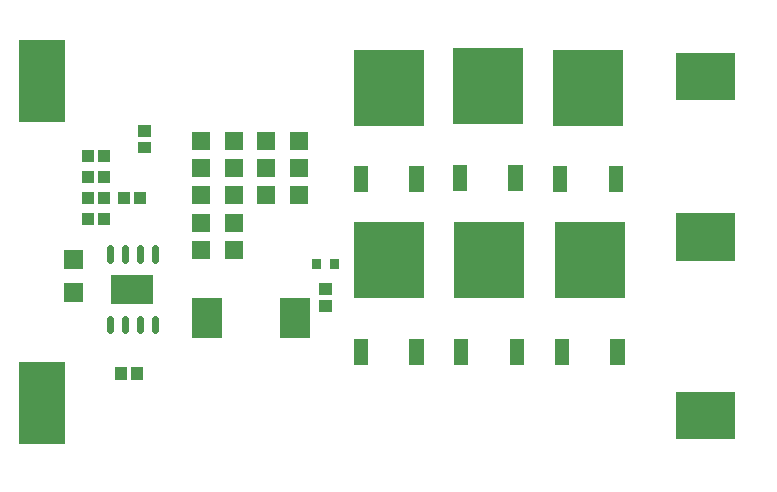
<source format=gtp>
G04 Layer: TopPasteMaskLayer*
G04 EasyEDA v6.1.51, Thu, 11 Jul 2019 05:23:43 GMT*
G04 97ee957230b044f1988730904329927e,674c0623d3a246009f606e19fc16e94a,10*
G04 Gerber Generator version 0.2*
G04 Scale: 100 percent, Rotated: No, Reflected: No *
G04 Dimensions in millimeters *
G04 leading zeros omitted , absolute positions ,3 integer and 3 decimal *
%FSLAX33Y33*%
%MOMM*%
G90*
G71D02*

%ADD17C,0.599999*%
%ADD21R,3.999992X7.000011*%
%ADD25R,0.999998X1.099998*%
%ADD26R,1.600200X1.600200*%
%ADD27R,2.499995X3.499993*%
%ADD28R,1.199998X2.199996*%
%ADD29R,6.000013X6.499987*%

%LPD*%
G54D17*
G01X11938Y16010D02*
G01X11938Y17009D01*
G01X10668Y16010D02*
G01X10668Y17009D01*
G01X9398Y16010D02*
G01X9398Y17009D01*
G01X8128Y16010D02*
G01X8128Y17009D01*
G01X11938Y10066D02*
G01X11938Y11066D01*
G01X10668Y10066D02*
G01X10668Y11066D01*
G01X9398Y10066D02*
G01X9398Y11066D01*
G01X8128Y10066D02*
G01X8128Y11066D01*
G54D21*
G01X2413Y31191D03*
G01X2413Y3886D03*
G36*
G01X56047Y29573D02*
G01X56047Y33571D01*
G01X61046Y33571D01*
G01X61046Y29573D01*
G01X56047Y29573D01*
G37*
G36*
G01X56047Y15966D02*
G01X56047Y19964D01*
G01X61046Y19964D01*
G01X61046Y15966D01*
G01X56047Y15966D01*
G37*
G36*
G01X61046Y4869D02*
G01X61046Y871D01*
G01X56047Y871D01*
G01X56047Y4869D01*
G01X61046Y4869D01*
G37*
G36*
G01X11783Y12288D02*
G01X8282Y12288D01*
G01X8282Y14787D01*
G01X11783Y14787D01*
G01X11783Y12288D01*
G37*
G36*
G01X10497Y25039D02*
G01X10497Y26037D01*
G01X11600Y26037D01*
G01X11600Y25039D01*
G01X10497Y25039D01*
G37*
G36*
G01X10497Y26438D02*
G01X10497Y27437D01*
G01X11600Y27437D01*
G01X11600Y26438D01*
G01X10497Y26438D01*
G37*
G54D25*
G01X6285Y19507D03*
G01X7684Y19507D03*
G36*
G01X5880Y16878D02*
G01X5880Y15278D01*
G01X4279Y15278D01*
G01X4279Y16878D01*
G01X5880Y16878D01*
G37*
G36*
G01X5880Y14079D02*
G01X5880Y12479D01*
G01X4279Y12479D01*
G01X4279Y14079D01*
G01X5880Y14079D01*
G37*
G36*
G01X10977Y5875D02*
G01X9979Y5875D01*
G01X9979Y6977D01*
G01X10977Y6977D01*
G01X10977Y5875D01*
G37*
G36*
G01X9578Y5875D02*
G01X8580Y5875D01*
G01X8580Y6977D01*
G01X9578Y6977D01*
G01X9578Y5875D01*
G37*
G01X9338Y21282D03*
G01X10737Y21282D03*
G01X6285Y21285D03*
G01X7684Y21285D03*
G01X6285Y23063D03*
G01X7684Y23063D03*
G01X6285Y24841D03*
G01X7684Y24841D03*
G54D27*
G01X16385Y11104D03*
G01X23787Y11104D03*
G54D26*
G01X15875Y26111D03*
G01X18674Y26111D03*
G36*
G01X43093Y21902D02*
G01X41894Y21902D01*
G01X41894Y24102D01*
G01X43093Y24102D01*
G01X43093Y21902D01*
G37*
G54D28*
G01X37769Y22997D03*
G54D29*
G01X40132Y30747D03*
G36*
G01X43220Y7170D02*
G01X42021Y7170D01*
G01X42021Y9370D01*
G01X43220Y9370D01*
G01X43220Y7170D01*
G37*
G54D28*
G01X37896Y8265D03*
G54D29*
G01X40259Y16015D03*
G54D26*
G01X21336Y23825D03*
G01X24135Y23825D03*
G36*
G01X34711Y21775D02*
G01X33512Y21775D01*
G01X33512Y23975D01*
G01X34711Y23975D01*
G01X34711Y21775D01*
G37*
G54D28*
G01X29387Y22870D03*
G54D29*
G01X31750Y30620D03*
G36*
G01X34711Y7170D02*
G01X33512Y7170D01*
G01X33512Y9370D01*
G01X34711Y9370D01*
G01X34711Y7170D01*
G37*
G54D28*
G01X29387Y8265D03*
G54D29*
G01X31750Y16015D03*
G54D26*
G01X21336Y26106D03*
G01X24135Y26106D03*
G36*
G01X51602Y21775D02*
G01X50403Y21775D01*
G01X50403Y23975D01*
G01X51602Y23975D01*
G01X51602Y21775D01*
G37*
G54D28*
G01X46278Y22870D03*
G54D29*
G01X48641Y30620D03*
G36*
G01X51729Y7170D02*
G01X50530Y7170D01*
G01X50530Y9370D01*
G01X51729Y9370D01*
G01X51729Y7170D01*
G37*
G54D28*
G01X46405Y8265D03*
G54D29*
G01X48768Y16015D03*
G54D26*
G01X21346Y21496D03*
G01X24145Y21496D03*
G01X15875Y23825D03*
G01X18674Y23825D03*
G01X15875Y21539D03*
G01X18674Y21539D03*
G01X15875Y19126D03*
G01X18674Y19126D03*
G01X15875Y16840D03*
G01X18674Y16840D03*
G36*
G01X26946Y14045D02*
G01X26946Y13045D01*
G01X25846Y13045D01*
G01X25846Y14045D01*
G01X26946Y14045D01*
G37*
G36*
G01X26946Y12645D02*
G01X26946Y11645D01*
G01X25846Y11645D01*
G01X25846Y12645D01*
G01X26946Y12645D01*
G37*
G36*
G01X27574Y15270D02*
G01X26763Y15270D01*
G01X26763Y16080D01*
G01X27574Y16080D01*
G01X27574Y15270D01*
G37*
G36*
G01X26050Y15270D02*
G01X25239Y15270D01*
G01X25239Y16080D01*
G01X26050Y16080D01*
G01X26050Y15270D01*
G37*
M00*
M02*

</source>
